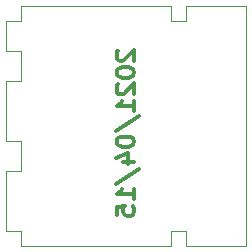
<source format=gbr>
%TF.GenerationSoftware,KiCad,Pcbnew,(5.1.9)-1*%
%TF.CreationDate,2021-04-15T15:10:30+02:00*%
%TF.ProjectId,12_TOR_P,31325f54-4f52-45f5-902e-6b696361645f,rev?*%
%TF.SameCoordinates,Original*%
%TF.FileFunction,Legend,Bot*%
%TF.FilePolarity,Positive*%
%FSLAX46Y46*%
G04 Gerber Fmt 4.6, Leading zero omitted, Abs format (unit mm)*
G04 Created by KiCad (PCBNEW (5.1.9)-1) date 2021-04-15 15:10:30*
%MOMM*%
%LPD*%
G01*
G04 APERTURE LIST*
%TA.AperFunction,Profile*%
%ADD10C,0.050000*%
%TD*%
%ADD11C,0.300000*%
G04 APERTURE END LIST*
D10*
X115570000Y-60960000D02*
X120650000Y-60960000D01*
X115570000Y-62230000D02*
X115570000Y-60960000D01*
X114300000Y-62230000D02*
X115570000Y-62230000D01*
X114300000Y-60960000D02*
X114300000Y-62230000D01*
X115570000Y-81280000D02*
X120650000Y-81280000D01*
X115570000Y-80010000D02*
X115570000Y-81280000D01*
X114300000Y-80010000D02*
X115570000Y-80010000D01*
X114300000Y-81280000D02*
X114300000Y-80010000D01*
X101600000Y-62230000D02*
X101600000Y-60960000D01*
X100330000Y-62230000D02*
X101600000Y-62230000D01*
X100330000Y-64770000D02*
X100330000Y-62230000D01*
X101600000Y-64770000D02*
X100330000Y-64770000D01*
X100330000Y-72390000D02*
X100330000Y-67310000D01*
X101600000Y-72390000D02*
X100330000Y-72390000D01*
X101600000Y-74930000D02*
X101600000Y-72390000D01*
X100330000Y-74930000D02*
X101600000Y-74930000D01*
X120650000Y-60960000D02*
X120650000Y-81280000D01*
X101600000Y-60960000D02*
X114300000Y-60960000D01*
X101600000Y-80010000D02*
X101600000Y-81280000D01*
X100330000Y-80010000D02*
X101600000Y-80010000D01*
X101600000Y-64770000D02*
X101600000Y-67310000D01*
X101600000Y-67310000D02*
X100330000Y-67310000D01*
X114300000Y-81280000D02*
X101600000Y-81280000D01*
X100330000Y-80010000D02*
X100330000Y-74930000D01*
D11*
X109811428Y-64755000D02*
X109740000Y-64826428D01*
X109668571Y-64969285D01*
X109668571Y-65326428D01*
X109740000Y-65469285D01*
X109811428Y-65540714D01*
X109954285Y-65612142D01*
X110097142Y-65612142D01*
X110311428Y-65540714D01*
X111168571Y-64683571D01*
X111168571Y-65612142D01*
X109668571Y-66540714D02*
X109668571Y-66683571D01*
X109740000Y-66826428D01*
X109811428Y-66897857D01*
X109954285Y-66969285D01*
X110240000Y-67040714D01*
X110597142Y-67040714D01*
X110882857Y-66969285D01*
X111025714Y-66897857D01*
X111097142Y-66826428D01*
X111168571Y-66683571D01*
X111168571Y-66540714D01*
X111097142Y-66397857D01*
X111025714Y-66326428D01*
X110882857Y-66255000D01*
X110597142Y-66183571D01*
X110240000Y-66183571D01*
X109954285Y-66255000D01*
X109811428Y-66326428D01*
X109740000Y-66397857D01*
X109668571Y-66540714D01*
X109811428Y-67612142D02*
X109740000Y-67683571D01*
X109668571Y-67826428D01*
X109668571Y-68183571D01*
X109740000Y-68326428D01*
X109811428Y-68397857D01*
X109954285Y-68469285D01*
X110097142Y-68469285D01*
X110311428Y-68397857D01*
X111168571Y-67540714D01*
X111168571Y-68469285D01*
X111168571Y-69897857D02*
X111168571Y-69040714D01*
X111168571Y-69469285D02*
X109668571Y-69469285D01*
X109882857Y-69326428D01*
X110025714Y-69183571D01*
X110097142Y-69040714D01*
X109597142Y-71612142D02*
X111525714Y-70326428D01*
X109668571Y-72397857D02*
X109668571Y-72540714D01*
X109740000Y-72683571D01*
X109811428Y-72755000D01*
X109954285Y-72826428D01*
X110240000Y-72897857D01*
X110597142Y-72897857D01*
X110882857Y-72826428D01*
X111025714Y-72755000D01*
X111097142Y-72683571D01*
X111168571Y-72540714D01*
X111168571Y-72397857D01*
X111097142Y-72255000D01*
X111025714Y-72183571D01*
X110882857Y-72112142D01*
X110597142Y-72040714D01*
X110240000Y-72040714D01*
X109954285Y-72112142D01*
X109811428Y-72183571D01*
X109740000Y-72255000D01*
X109668571Y-72397857D01*
X110168571Y-74183571D02*
X111168571Y-74183571D01*
X109597142Y-73826428D02*
X110668571Y-73469285D01*
X110668571Y-74397857D01*
X109597142Y-76040714D02*
X111525714Y-74755000D01*
X111168571Y-77326428D02*
X111168571Y-76469285D01*
X111168571Y-76897857D02*
X109668571Y-76897857D01*
X109882857Y-76755000D01*
X110025714Y-76612142D01*
X110097142Y-76469285D01*
X109668571Y-78683571D02*
X109668571Y-77969285D01*
X110382857Y-77897857D01*
X110311428Y-77969285D01*
X110240000Y-78112142D01*
X110240000Y-78469285D01*
X110311428Y-78612142D01*
X110382857Y-78683571D01*
X110525714Y-78755000D01*
X110882857Y-78755000D01*
X111025714Y-78683571D01*
X111097142Y-78612142D01*
X111168571Y-78469285D01*
X111168571Y-78112142D01*
X111097142Y-77969285D01*
X111025714Y-77897857D01*
M02*

</source>
